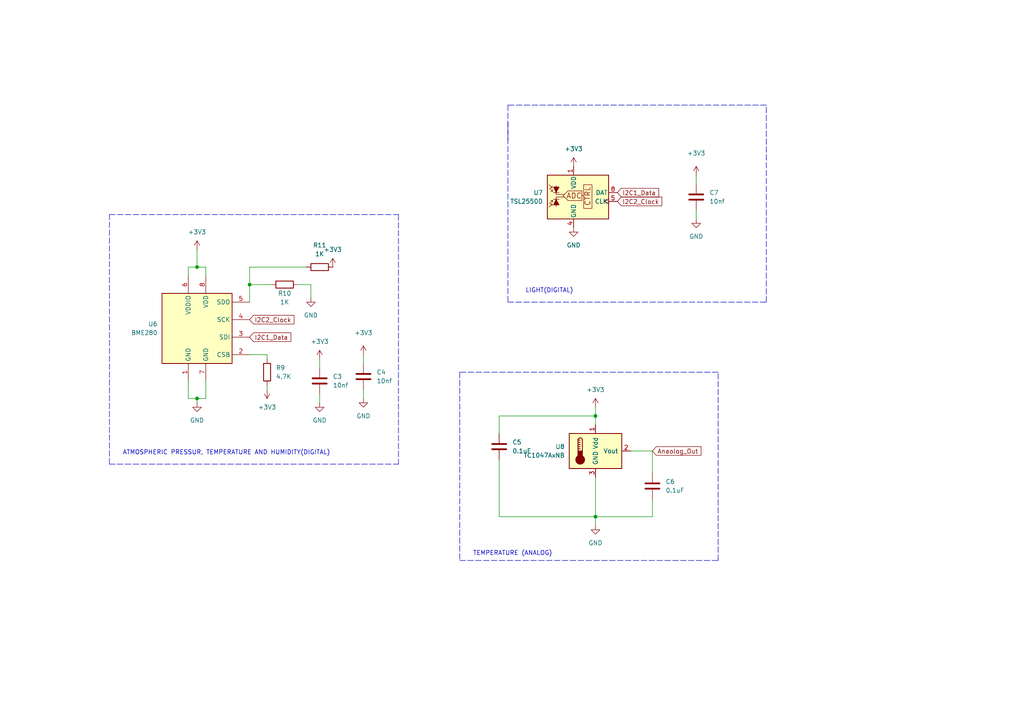
<source format=kicad_sch>
(kicad_sch (version 20211123) (generator eeschema)

  (uuid ae78189d-79c7-41a0-b77c-3bb766898352)

  (paper "A4")

  (lib_symbols
    (symbol "Device:C" (pin_numbers hide) (pin_names (offset 0.254)) (in_bom yes) (on_board yes)
      (property "Reference" "C" (id 0) (at 0.635 2.54 0)
        (effects (font (size 1.27 1.27)) (justify left))
      )
      (property "Value" "C" (id 1) (at 0.635 -2.54 0)
        (effects (font (size 1.27 1.27)) (justify left))
      )
      (property "Footprint" "" (id 2) (at 0.9652 -3.81 0)
        (effects (font (size 1.27 1.27)) hide)
      )
      (property "Datasheet" "~" (id 3) (at 0 0 0)
        (effects (font (size 1.27 1.27)) hide)
      )
      (property "ki_keywords" "cap capacitor" (id 4) (at 0 0 0)
        (effects (font (size 1.27 1.27)) hide)
      )
      (property "ki_description" "Unpolarized capacitor" (id 5) (at 0 0 0)
        (effects (font (size 1.27 1.27)) hide)
      )
      (property "ki_fp_filters" "C_*" (id 6) (at 0 0 0)
        (effects (font (size 1.27 1.27)) hide)
      )
      (symbol "C_0_1"
        (polyline
          (pts
            (xy -2.032 -0.762)
            (xy 2.032 -0.762)
          )
          (stroke (width 0.508) (type default) (color 0 0 0 0))
          (fill (type none))
        )
        (polyline
          (pts
            (xy -2.032 0.762)
            (xy 2.032 0.762)
          )
          (stroke (width 0.508) (type default) (color 0 0 0 0))
          (fill (type none))
        )
      )
      (symbol "C_1_1"
        (pin passive line (at 0 3.81 270) (length 2.794)
          (name "~" (effects (font (size 1.27 1.27))))
          (number "1" (effects (font (size 1.27 1.27))))
        )
        (pin passive line (at 0 -3.81 90) (length 2.794)
          (name "~" (effects (font (size 1.27 1.27))))
          (number "2" (effects (font (size 1.27 1.27))))
        )
      )
    )
    (symbol "Device:R" (pin_numbers hide) (pin_names (offset 0)) (in_bom yes) (on_board yes)
      (property "Reference" "R" (id 0) (at 2.032 0 90)
        (effects (font (size 1.27 1.27)))
      )
      (property "Value" "R" (id 1) (at 0 0 90)
        (effects (font (size 1.27 1.27)))
      )
      (property "Footprint" "" (id 2) (at -1.778 0 90)
        (effects (font (size 1.27 1.27)) hide)
      )
      (property "Datasheet" "~" (id 3) (at 0 0 0)
        (effects (font (size 1.27 1.27)) hide)
      )
      (property "ki_keywords" "R res resistor" (id 4) (at 0 0 0)
        (effects (font (size 1.27 1.27)) hide)
      )
      (property "ki_description" "Resistor" (id 5) (at 0 0 0)
        (effects (font (size 1.27 1.27)) hide)
      )
      (property "ki_fp_filters" "R_*" (id 6) (at 0 0 0)
        (effects (font (size 1.27 1.27)) hide)
      )
      (symbol "R_0_1"
        (rectangle (start -1.016 -2.54) (end 1.016 2.54)
          (stroke (width 0.254) (type default) (color 0 0 0 0))
          (fill (type none))
        )
      )
      (symbol "R_1_1"
        (pin passive line (at 0 3.81 270) (length 1.27)
          (name "~" (effects (font (size 1.27 1.27))))
          (number "1" (effects (font (size 1.27 1.27))))
        )
        (pin passive line (at 0 -3.81 90) (length 1.27)
          (name "~" (effects (font (size 1.27 1.27))))
          (number "2" (effects (font (size 1.27 1.27))))
        )
      )
    )
    (symbol "Sensor:BME280" (in_bom yes) (on_board yes)
      (property "Reference" "U" (id 0) (at -8.89 11.43 0)
        (effects (font (size 1.27 1.27)))
      )
      (property "Value" "BME280" (id 1) (at 7.62 11.43 0)
        (effects (font (size 1.27 1.27)))
      )
      (property "Footprint" "Package_LGA:Bosch_LGA-8_2.5x2.5mm_P0.65mm_ClockwisePinNumbering" (id 2) (at 38.1 -11.43 0)
        (effects (font (size 1.27 1.27)) hide)
      )
      (property "Datasheet" "https://ae-bst.resource.bosch.com/media/_tech/media/datasheets/BST-BME280-DS002.pdf" (id 3) (at 0 -5.08 0)
        (effects (font (size 1.27 1.27)) hide)
      )
      (property "ki_keywords" "Bosch pressure humidity temperature environment environmental measurement digital" (id 4) (at 0 0 0)
        (effects (font (size 1.27 1.27)) hide)
      )
      (property "ki_description" "3-in-1 sensor, humidity, pressure, temperature, I2C and SPI interface, 1.71-3.6V, LGA-8" (id 5) (at 0 0 0)
        (effects (font (size 1.27 1.27)) hide)
      )
      (property "ki_fp_filters" "*LGA*2.5x2.5mm*P0.65mm*Clockwise*" (id 6) (at 0 0 0)
        (effects (font (size 1.27 1.27)) hide)
      )
      (symbol "BME280_0_1"
        (rectangle (start -10.16 10.16) (end 10.16 -10.16)
          (stroke (width 0.254) (type default) (color 0 0 0 0))
          (fill (type background))
        )
      )
      (symbol "BME280_1_1"
        (pin power_in line (at -2.54 -15.24 90) (length 5.08)
          (name "GND" (effects (font (size 1.27 1.27))))
          (number "1" (effects (font (size 1.27 1.27))))
        )
        (pin input line (at 15.24 -7.62 180) (length 5.08)
          (name "CSB" (effects (font (size 1.27 1.27))))
          (number "2" (effects (font (size 1.27 1.27))))
        )
        (pin bidirectional line (at 15.24 -2.54 180) (length 5.08)
          (name "SDI" (effects (font (size 1.27 1.27))))
          (number "3" (effects (font (size 1.27 1.27))))
        )
        (pin input line (at 15.24 2.54 180) (length 5.08)
          (name "SCK" (effects (font (size 1.27 1.27))))
          (number "4" (effects (font (size 1.27 1.27))))
        )
        (pin bidirectional line (at 15.24 7.62 180) (length 5.08)
          (name "SDO" (effects (font (size 1.27 1.27))))
          (number "5" (effects (font (size 1.27 1.27))))
        )
        (pin power_in line (at -2.54 15.24 270) (length 5.08)
          (name "VDDIO" (effects (font (size 1.27 1.27))))
          (number "6" (effects (font (size 1.27 1.27))))
        )
        (pin power_in line (at 2.54 -15.24 90) (length 5.08)
          (name "GND" (effects (font (size 1.27 1.27))))
          (number "7" (effects (font (size 1.27 1.27))))
        )
        (pin power_in line (at 2.54 15.24 270) (length 5.08)
          (name "VDD" (effects (font (size 1.27 1.27))))
          (number "8" (effects (font (size 1.27 1.27))))
        )
      )
    )
    (symbol "Sensor_Optical:TSL2550D" (pin_names (offset 0.254)) (in_bom yes) (on_board yes)
      (property "Reference" "U" (id 0) (at -6.985 6.35 0)
        (effects (font (size 1.27 1.27)) (justify left))
      )
      (property "Value" "TSL2550D" (id 1) (at 1.27 6.35 0)
        (effects (font (size 1.27 1.27)) (justify left))
      )
      (property "Footprint" "Package_SO:SOIC-8_3.9x4.9mm_P1.27mm" (id 2) (at 0 -12.7 0)
        (effects (font (size 1.27 1.27)) hide)
      )
      (property "Datasheet" "http://ams.com/eng/content/download/250130/975613/142977" (id 3) (at 16.51 7.62 0)
        (effects (font (size 1.27 1.27)) hide)
      )
      (property "ki_keywords" "opto ambient light sensor" (id 4) (at 0 0 0)
        (effects (font (size 1.27 1.27)) hide)
      )
      (property "ki_description" "Ambient Light Sensor with SMbus Interface, SO-8 interface" (id 5) (at 0 0 0)
        (effects (font (size 1.27 1.27)) hide)
      )
      (property "ki_fp_filters" "SOIC*3.9x4.9mm*P1.27mm*" (id 6) (at 0 0 0)
        (effects (font (size 1.27 1.27)) hide)
      )
      (symbol "TSL2550D_0_0"
        (polyline
          (pts
            (xy 2.413 -0.889)
            (xy 2.794 -0.889)
          )
          (stroke (width 0) (type default) (color 0 0 0 0))
          (fill (type none))
        )
        (polyline
          (pts
            (xy -5.08 -4.064)
            (xy -5.08 -1.27)
            (xy -2.667 -1.27)
          )
          (stroke (width 0) (type default) (color 0 0 0 0))
          (fill (type none))
        )
        (polyline
          (pts
            (xy -5.08 2.032)
            (xy -5.08 -0.508)
            (xy -2.667 -0.508)
          )
          (stroke (width 0) (type default) (color 0 0 0 0))
          (fill (type none))
        )
        (polyline
          (pts
            (xy -3.048 -0.889)
            (xy -1.651 -2.286)
            (xy 2.413 -2.286)
            (xy 2.413 -0.889)
          )
          (stroke (width 0) (type default) (color 0 0 0 0))
          (fill (type none))
        )
        (polyline
          (pts
            (xy -3.048 -0.889)
            (xy -1.651 0.508)
            (xy 2.413 0.508)
            (xy 2.413 -0.889)
          )
          (stroke (width 0) (type default) (color 0 0 0 0))
          (fill (type none))
        )
        (rectangle (start 2.921 2.286) (end 5.334 -4.572)
          (stroke (width 0) (type default) (color 0 0 0 0))
          (fill (type none))
        )
        (text "ADC" (at 0.127 -0.889 0)
          (effects (font (size 1.524 1.524)))
        )
        (text "CTRL" (at 4.064 -1.016 900)
          (effects (font (size 1.524 1.524)))
        )
      )
      (symbol "TSL2550D_0_1"
        (polyline
          (pts
            (xy -6.223 -3.302)
            (xy -7.112 -4.191)
          )
          (stroke (width 0) (type default) (color 0 0 0 0))
          (fill (type none))
        )
        (polyline
          (pts
            (xy -6.223 -3.302)
            (xy -6.731 -3.302)
          )
          (stroke (width 0) (type default) (color 0 0 0 0))
          (fill (type none))
        )
        (polyline
          (pts
            (xy -6.223 -3.302)
            (xy -6.223 -3.81)
          )
          (stroke (width 0) (type default) (color 0 0 0 0))
          (fill (type none))
        )
        (polyline
          (pts
            (xy -6.223 1.397)
            (xy -7.112 2.286)
          )
          (stroke (width 0) (type default) (color 0 0 0 0))
          (fill (type none))
        )
        (polyline
          (pts
            (xy -6.223 1.397)
            (xy -6.731 1.397)
          )
          (stroke (width 0) (type default) (color 0 0 0 0))
          (fill (type none))
        )
        (polyline
          (pts
            (xy -6.223 1.397)
            (xy -6.223 1.905)
          )
          (stroke (width 0) (type default) (color 0 0 0 0))
          (fill (type none))
        )
        (polyline
          (pts
            (xy -6.096 -2.286)
            (xy -6.985 -3.175)
          )
          (stroke (width 0) (type default) (color 0 0 0 0))
          (fill (type none))
        )
        (polyline
          (pts
            (xy -6.096 -2.286)
            (xy -6.604 -2.286)
          )
          (stroke (width 0) (type default) (color 0 0 0 0))
          (fill (type none))
        )
        (polyline
          (pts
            (xy -6.096 -2.286)
            (xy -6.096 -2.794)
          )
          (stroke (width 0) (type default) (color 0 0 0 0))
          (fill (type none))
        )
        (polyline
          (pts
            (xy -6.096 0.381)
            (xy -6.985 1.27)
          )
          (stroke (width 0) (type default) (color 0 0 0 0))
          (fill (type none))
        )
        (polyline
          (pts
            (xy -6.096 0.381)
            (xy -6.604 0.381)
          )
          (stroke (width 0) (type default) (color 0 0 0 0))
          (fill (type none))
        )
        (polyline
          (pts
            (xy -6.096 0.381)
            (xy -6.096 0.889)
          )
          (stroke (width 0) (type default) (color 0 0 0 0))
          (fill (type none))
        )
        (polyline
          (pts
            (xy -5.842 -1.905)
            (xy -4.191 -1.905)
          )
          (stroke (width 0) (type default) (color 0 0 0 0))
          (fill (type none))
        )
        (polyline
          (pts
            (xy -5.842 0)
            (xy -4.191 0)
          )
          (stroke (width 0) (type default) (color 0 0 0 0))
          (fill (type none))
        )
        (polyline
          (pts
            (xy -5.842 -3.556)
            (xy -4.191 -3.556)
            (xy -5.08 -1.905)
            (xy -5.842 -3.556)
          )
          (stroke (width 0) (type default) (color 0 0 0 0))
          (fill (type outline))
        )
        (polyline
          (pts
            (xy -5.842 1.651)
            (xy -4.191 1.651)
            (xy -5.08 0)
            (xy -5.842 1.651)
          )
          (stroke (width 0) (type default) (color 0 0 0 0))
          (fill (type outline))
        )
        (rectangle (start 10.16 5.08) (end -7.62 -7.62)
          (stroke (width 0.254) (type default) (color 0 0 0 0))
          (fill (type background))
        )
      )
      (symbol "TSL2550D_1_1"
        (pin power_in line (at 0 7.62 270) (length 2.54)
          (name "VDD" (effects (font (size 1.27 1.27))))
          (number "1" (effects (font (size 1.27 1.27))))
        )
        (pin no_connect line (at -7.62 2.54 0) (length 2.54) hide
          (name "NC" (effects (font (size 1.27 1.27))))
          (number "2" (effects (font (size 1.27 1.27))))
        )
        (pin no_connect line (at -7.62 0 0) (length 2.54) hide
          (name "NC" (effects (font (size 1.27 1.27))))
          (number "3" (effects (font (size 1.27 1.27))))
        )
        (pin power_in line (at 0 -10.16 90) (length 2.54)
          (name "GND" (effects (font (size 1.27 1.27))))
          (number "4" (effects (font (size 1.27 1.27))))
        )
        (pin input clock (at 12.7 -2.54 180) (length 2.54)
          (name "CLK" (effects (font (size 1.27 1.27))))
          (number "5" (effects (font (size 1.27 1.27))))
        )
        (pin no_connect line (at -7.62 -2.54 0) (length 2.54) hide
          (name "NC" (effects (font (size 1.27 1.27))))
          (number "6" (effects (font (size 1.27 1.27))))
        )
        (pin no_connect line (at -7.62 -5.08 0) (length 2.54) hide
          (name "NC" (effects (font (size 1.27 1.27))))
          (number "7" (effects (font (size 1.27 1.27))))
        )
        (pin bidirectional line (at 12.7 0 180) (length 2.54)
          (name "DAT" (effects (font (size 1.27 1.27))))
          (number "8" (effects (font (size 1.27 1.27))))
        )
      )
    )
    (symbol "Sensor_Temperature:TC1047AxNB" (pin_names (offset 1.016)) (in_bom yes) (on_board yes)
      (property "Reference" "U" (id 0) (at -6.35 6.35 0)
        (effects (font (size 1.27 1.27)))
      )
      (property "Value" "TC1047AxNB" (id 1) (at 1.27 6.35 0)
        (effects (font (size 1.27 1.27)) (justify left))
      )
      (property "Footprint" "Package_TO_SOT_SMD:SOT-23" (id 2) (at 0 -10.16 0)
        (effects (font (size 1.27 1.27)) hide)
      )
      (property "Datasheet" "http://ww1.microchip.com/downloads/en/DeviceDoc/21498D.pdf" (id 3) (at -3.81 6.35 0)
        (effects (font (size 1.27 1.27)) hide)
      )
      (property "ki_keywords" "temperature sensor analog" (id 4) (at 0 0 0)
        (effects (font (size 1.27 1.27)) hide)
      )
      (property "ki_description" "Precision Temperature-to-Voltage Converter, 10mV/ºC, -40ºC to +125ºC, ±2.0ºC (max), 2.5V to 5.5V, SOT-23" (id 5) (at 0 0 0)
        (effects (font (size 1.27 1.27)) hide)
      )
      (property "ki_fp_filters" "SOT?23*" (id 6) (at 0 0 0)
        (effects (font (size 1.27 1.27)) hide)
      )
      (symbol "TC1047AxNB_0_1"
        (rectangle (start -7.62 5.08) (end 7.62 -5.08)
          (stroke (width 0.254) (type default) (color 0 0 0 0))
          (fill (type background))
        )
        (circle (center -4.445 -2.54) (radius 1.27)
          (stroke (width 0.254) (type default) (color 0 0 0 0))
          (fill (type outline))
        )
        (rectangle (start -3.81 -1.905) (end -5.08 0)
          (stroke (width 0.254) (type default) (color 0 0 0 0))
          (fill (type outline))
        )
        (arc (start -3.81 3.175) (mid -4.445 3.81) (end -5.08 3.175)
          (stroke (width 0.254) (type default) (color 0 0 0 0))
          (fill (type none))
        )
        (polyline
          (pts
            (xy -5.08 0.635)
            (xy -4.445 0.635)
          )
          (stroke (width 0.254) (type default) (color 0 0 0 0))
          (fill (type none))
        )
        (polyline
          (pts
            (xy -5.08 1.27)
            (xy -4.445 1.27)
          )
          (stroke (width 0.254) (type default) (color 0 0 0 0))
          (fill (type none))
        )
        (polyline
          (pts
            (xy -5.08 1.905)
            (xy -4.445 1.905)
          )
          (stroke (width 0.254) (type default) (color 0 0 0 0))
          (fill (type none))
        )
        (polyline
          (pts
            (xy -5.08 2.54)
            (xy -4.445 2.54)
          )
          (stroke (width 0.254) (type default) (color 0 0 0 0))
          (fill (type none))
        )
        (polyline
          (pts
            (xy -5.08 3.175)
            (xy -5.08 0)
          )
          (stroke (width 0.254) (type default) (color 0 0 0 0))
          (fill (type none))
        )
        (polyline
          (pts
            (xy -5.08 3.175)
            (xy -4.445 3.175)
          )
          (stroke (width 0.254) (type default) (color 0 0 0 0))
          (fill (type none))
        )
        (polyline
          (pts
            (xy -3.81 3.175)
            (xy -3.81 0)
          )
          (stroke (width 0.254) (type default) (color 0 0 0 0))
          (fill (type none))
        )
      )
      (symbol "TC1047AxNB_1_1"
        (pin power_in line (at 0 7.62 270) (length 2.54)
          (name "Vdd" (effects (font (size 1.27 1.27))))
          (number "1" (effects (font (size 1.27 1.27))))
        )
        (pin output line (at 10.16 0 180) (length 2.54)
          (name "Vout" (effects (font (size 1.27 1.27))))
          (number "2" (effects (font (size 1.27 1.27))))
        )
        (pin power_in line (at 0 -7.62 90) (length 2.54)
          (name "GND" (effects (font (size 1.27 1.27))))
          (number "3" (effects (font (size 1.27 1.27))))
        )
      )
    )
    (symbol "power:+3V3" (power) (pin_names (offset 0)) (in_bom yes) (on_board yes)
      (property "Reference" "#PWR" (id 0) (at 0 -3.81 0)
        (effects (font (size 1.27 1.27)) hide)
      )
      (property "Value" "+3V3" (id 1) (at 0 3.556 0)
        (effects (font (size 1.27 1.27)))
      )
      (property "Footprint" "" (id 2) (at 0 0 0)
        (effects (font (size 1.27 1.27)) hide)
      )
      (property "Datasheet" "" (id 3) (at 0 0 0)
        (effects (font (size 1.27 1.27)) hide)
      )
      (property "ki_keywords" "power-flag" (id 4) (at 0 0 0)
        (effects (font (size 1.27 1.27)) hide)
      )
      (property "ki_description" "Power symbol creates a global label with name \"+3V3\"" (id 5) (at 0 0 0)
        (effects (font (size 1.27 1.27)) hide)
      )
      (symbol "+3V3_0_1"
        (polyline
          (pts
            (xy -0.762 1.27)
            (xy 0 2.54)
          )
          (stroke (width 0) (type default) (color 0 0 0 0))
          (fill (type none))
        )
        (polyline
          (pts
            (xy 0 0)
            (xy 0 2.54)
          )
          (stroke (width 0) (type default) (color 0 0 0 0))
          (fill (type none))
        )
        (polyline
          (pts
            (xy 0 2.54)
            (xy 0.762 1.27)
          )
          (stroke (width 0) (type default) (color 0 0 0 0))
          (fill (type none))
        )
      )
      (symbol "+3V3_1_1"
        (pin power_in line (at 0 0 90) (length 0) hide
          (name "+3V3" (effects (font (size 1.27 1.27))))
          (number "1" (effects (font (size 1.27 1.27))))
        )
      )
    )
    (symbol "power:GND" (power) (pin_names (offset 0)) (in_bom yes) (on_board yes)
      (property "Reference" "#PWR" (id 0) (at 0 -6.35 0)
        (effects (font (size 1.27 1.27)) hide)
      )
      (property "Value" "GND" (id 1) (at 0 -3.81 0)
        (effects (font (size 1.27 1.27)))
      )
      (property "Footprint" "" (id 2) (at 0 0 0)
        (effects (font (size 1.27 1.27)) hide)
      )
      (property "Datasheet" "" (id 3) (at 0 0 0)
        (effects (font (size 1.27 1.27)) hide)
      )
      (property "ki_keywords" "power-flag" (id 4) (at 0 0 0)
        (effects (font (size 1.27 1.27)) hide)
      )
      (property "ki_description" "Power symbol creates a global label with name \"GND\" , ground" (id 5) (at 0 0 0)
        (effects (font (size 1.27 1.27)) hide)
      )
      (symbol "GND_0_1"
        (polyline
          (pts
            (xy 0 0)
            (xy 0 -1.27)
            (xy 1.27 -1.27)
            (xy 0 -2.54)
            (xy -1.27 -1.27)
            (xy 0 -1.27)
          )
          (stroke (width 0) (type default) (color 0 0 0 0))
          (fill (type none))
        )
      )
      (symbol "GND_1_1"
        (pin power_in line (at 0 0 270) (length 0) hide
          (name "GND" (effects (font (size 1.27 1.27))))
          (number "1" (effects (font (size 1.27 1.27))))
        )
      )
    )
  )

  (junction (at 57.15 115.57) (diameter 0) (color 0 0 0 0)
    (uuid 620e7ad5-5707-4bca-9715-33574041157e)
  )
  (junction (at 172.72 149.86) (diameter 0) (color 0 0 0 0)
    (uuid 85a996a3-3855-4c00-8dbc-00dfed844414)
  )
  (junction (at 72.39 82.55) (diameter 0) (color 0 0 0 0)
    (uuid 8aae25b0-8eb3-4d5e-8997-1ccde987ee7d)
  )
  (junction (at 57.15 77.47) (diameter 0) (color 0 0 0 0)
    (uuid d5749608-df67-4b22-8d18-87761851d7bd)
  )
  (junction (at 172.72 120.65) (diameter 0) (color 0 0 0 0)
    (uuid dc56c7eb-c0f0-4f6b-a19c-f05d47b31cc3)
  )

  (wire (pts (xy 92.71 104.14) (xy 92.71 106.68))
    (stroke (width 0) (type default) (color 0 0 0 0))
    (uuid 049da9cd-5423-4560-b9ed-b4ac5e24bc8e)
  )
  (wire (pts (xy 189.23 149.86) (xy 189.23 144.78))
    (stroke (width 0) (type default) (color 0 0 0 0))
    (uuid 0a483748-2a11-4756-8896-a1b1a512dfe2)
  )
  (wire (pts (xy 57.15 115.57) (xy 59.69 115.57))
    (stroke (width 0) (type default) (color 0 0 0 0))
    (uuid 1224c23b-7ca6-4e0f-b792-2996b4341fb7)
  )
  (polyline (pts (xy 133.35 107.95) (xy 133.35 162.56))
    (stroke (width 0) (type default) (color 0 0 0 0))
    (uuid 16930de6-2ad6-40e6-bebe-ee5e0f818621)
  )
  (polyline (pts (xy 31.75 134.62) (xy 115.57 134.62))
    (stroke (width 0) (type default) (color 0 0 0 0))
    (uuid 1a188e71-96c0-4688-b8e8-488071e2b896)
  )

  (wire (pts (xy 144.78 149.86) (xy 172.72 149.86))
    (stroke (width 0) (type default) (color 0 0 0 0))
    (uuid 1a698478-eca0-4d5c-867a-58db44f439c9)
  )
  (wire (pts (xy 54.61 80.01) (xy 54.61 77.47))
    (stroke (width 0) (type default) (color 0 0 0 0))
    (uuid 20f1519d-6dbe-4236-b884-77537239080d)
  )
  (wire (pts (xy 72.39 77.47) (xy 88.9 77.47))
    (stroke (width 0) (type default) (color 0 0 0 0))
    (uuid 24ff9685-9777-409c-b931-4b8a0bfddd29)
  )
  (polyline (pts (xy 115.57 62.23) (xy 115.57 134.62))
    (stroke (width 0) (type default) (color 0 0 0 0))
    (uuid 27326c32-a768-4ba1-938c-7b1c6d3a4c35)
  )

  (wire (pts (xy 172.72 149.86) (xy 189.23 149.86))
    (stroke (width 0) (type default) (color 0 0 0 0))
    (uuid 2c362bd7-1292-4009-9e04-01ac0b00e1c7)
  )
  (wire (pts (xy 54.61 77.47) (xy 57.15 77.47))
    (stroke (width 0) (type default) (color 0 0 0 0))
    (uuid 2fbf166c-b444-4edd-98f4-8a9d1ab43e2e)
  )
  (wire (pts (xy 72.39 82.55) (xy 78.74 82.55))
    (stroke (width 0) (type default) (color 0 0 0 0))
    (uuid 3f53d4e4-5bdb-42c6-acaa-db5eaf693a9c)
  )
  (polyline (pts (xy 208.28 107.95) (xy 133.35 107.95))
    (stroke (width 0) (type default) (color 0 0 0 0))
    (uuid 42d7cb4e-a7b4-479c-bfdc-0b8856cf6376)
  )

  (wire (pts (xy 59.69 110.49) (xy 59.69 115.57))
    (stroke (width 0) (type default) (color 0 0 0 0))
    (uuid 46448ebe-6687-4c8b-941f-6124a980408e)
  )
  (wire (pts (xy 77.47 111.76) (xy 77.47 113.03))
    (stroke (width 0) (type default) (color 0 0 0 0))
    (uuid 481e7bca-7349-4326-9422-19183e628ba7)
  )
  (wire (pts (xy 172.72 118.11) (xy 172.72 120.65))
    (stroke (width 0) (type default) (color 0 0 0 0))
    (uuid 48d1eea8-db09-4880-a1b3-b112322294e7)
  )
  (wire (pts (xy 144.78 133.35) (xy 144.78 149.86))
    (stroke (width 0) (type default) (color 0 0 0 0))
    (uuid 4a2c0246-f5b7-47eb-9e3b-45952ecced22)
  )
  (wire (pts (xy 54.61 115.57) (xy 57.15 115.57))
    (stroke (width 0) (type default) (color 0 0 0 0))
    (uuid 4d4d2254-5f76-4651-8cae-91eaead3025f)
  )
  (polyline (pts (xy 147.32 30.48) (xy 147.32 40.64))
    (stroke (width 0) (type default) (color 0 0 0 0))
    (uuid 5345d77f-045a-428e-8124-8850410415c3)
  )
  (polyline (pts (xy 222.25 30.48) (xy 147.32 30.48))
    (stroke (width 0) (type default) (color 0 0 0 0))
    (uuid 5b7f5f9d-1a51-475b-a9c3-4eec264d448e)
  )

  (wire (pts (xy 201.93 60.96) (xy 201.93 63.5))
    (stroke (width 0) (type default) (color 0 0 0 0))
    (uuid 5fac60ec-11d1-43b9-800c-b5013be5de4e)
  )
  (wire (pts (xy 189.23 130.81) (xy 189.23 137.16))
    (stroke (width 0) (type default) (color 0 0 0 0))
    (uuid 616755b8-e1d4-4b40-b06e-9c80ad9500f3)
  )
  (wire (pts (xy 172.72 120.65) (xy 144.78 120.65))
    (stroke (width 0) (type default) (color 0 0 0 0))
    (uuid 62b8c857-bddc-4088-9c86-17e3d3fc7112)
  )
  (polyline (pts (xy 133.35 162.56) (xy 208.28 162.56))
    (stroke (width 0) (type default) (color 0 0 0 0))
    (uuid 6867b31d-9114-4f9d-a2d7-7f4bf3c6dbda)
  )
  (polyline (pts (xy 147.32 87.63) (xy 222.25 87.63))
    (stroke (width 0) (type default) (color 0 0 0 0))
    (uuid 6a1cb8b8-50f7-4b04-ac44-0475b1da043b)
  )

  (wire (pts (xy 172.72 120.65) (xy 172.72 123.19))
    (stroke (width 0) (type default) (color 0 0 0 0))
    (uuid 6cd65867-0337-435b-a2fe-ab76cb226296)
  )
  (wire (pts (xy 57.15 115.57) (xy 57.15 116.84))
    (stroke (width 0) (type default) (color 0 0 0 0))
    (uuid 6deeec59-6a7d-4ca2-9bcb-9fc5eb661430)
  )
  (wire (pts (xy 72.39 87.63) (xy 72.39 82.55))
    (stroke (width 0) (type default) (color 0 0 0 0))
    (uuid 7ade595e-40fd-4fc7-a6f4-4677ca923248)
  )
  (polyline (pts (xy 222.25 87.63) (xy 222.25 30.48))
    (stroke (width 0) (type default) (color 0 0 0 0))
    (uuid 86aa3d20-8a7d-43c9-a20f-daf633c82857)
  )

  (wire (pts (xy 77.47 104.14) (xy 77.47 102.87))
    (stroke (width 0) (type default) (color 0 0 0 0))
    (uuid 8ca0e0a2-dfe8-44aa-bde5-4cce2ef4026e)
  )
  (wire (pts (xy 57.15 77.47) (xy 59.69 77.47))
    (stroke (width 0) (type default) (color 0 0 0 0))
    (uuid 92630609-c40d-4375-8262-a708a73e319b)
  )
  (wire (pts (xy 92.71 114.3) (xy 92.71 116.84))
    (stroke (width 0) (type default) (color 0 0 0 0))
    (uuid 933efc4f-0369-4ca5-86ec-dff903f5cee9)
  )
  (polyline (pts (xy 208.28 162.56) (xy 208.28 107.95))
    (stroke (width 0) (type default) (color 0 0 0 0))
    (uuid 9c9053d2-2fa8-4f9d-8434-256b308fd50f)
  )

  (wire (pts (xy 201.93 50.8) (xy 201.93 53.34))
    (stroke (width 0) (type default) (color 0 0 0 0))
    (uuid 9da64c79-ea92-46ba-8e08-5f5b851aa85b)
  )
  (polyline (pts (xy 31.75 62.23) (xy 115.57 62.23))
    (stroke (width 0) (type default) (color 0 0 0 0))
    (uuid a408051d-8713-4c9d-b18d-b9ee5d143f67)
  )

  (wire (pts (xy 172.72 138.43) (xy 172.72 149.86))
    (stroke (width 0) (type default) (color 0 0 0 0))
    (uuid a56db6d1-aee5-48ba-bf4a-afd11d471b37)
  )
  (wire (pts (xy 57.15 72.39) (xy 57.15 77.47))
    (stroke (width 0) (type default) (color 0 0 0 0))
    (uuid b3661e29-147b-4c86-8e58-9ab321c37700)
  )
  (wire (pts (xy 54.61 110.49) (xy 54.61 115.57))
    (stroke (width 0) (type default) (color 0 0 0 0))
    (uuid b3adf0ab-0982-45de-b6f3-8a93aca10a3b)
  )
  (wire (pts (xy 105.41 113.03) (xy 105.41 115.57))
    (stroke (width 0) (type default) (color 0 0 0 0))
    (uuid c223ac02-7b63-4c28-a75d-5d2c017260b9)
  )
  (wire (pts (xy 86.36 82.55) (xy 90.17 82.55))
    (stroke (width 0) (type default) (color 0 0 0 0))
    (uuid c4899948-8d39-4c87-a244-d344437368f4)
  )
  (wire (pts (xy 172.72 149.86) (xy 172.72 152.4))
    (stroke (width 0) (type default) (color 0 0 0 0))
    (uuid cab55f42-3d5d-4d70-a7f8-a7c6a7e22d4c)
  )
  (wire (pts (xy 105.41 102.87) (xy 105.41 105.41))
    (stroke (width 0) (type default) (color 0 0 0 0))
    (uuid d20b0a25-518a-4fdb-bdd1-c73b95e26c60)
  )
  (wire (pts (xy 72.39 82.55) (xy 72.39 77.47))
    (stroke (width 0) (type default) (color 0 0 0 0))
    (uuid d31c0366-6d20-4414-93b0-7a360bb1caaf)
  )
  (wire (pts (xy 59.69 77.47) (xy 59.69 80.01))
    (stroke (width 0) (type default) (color 0 0 0 0))
    (uuid db972783-9bf8-4a7b-afd2-8839f83f873b)
  )
  (polyline (pts (xy 147.32 35.56) (xy 147.32 87.63))
    (stroke (width 0) (type default) (color 0 0 0 0))
    (uuid e6011a97-f1f1-42ea-a56b-08afe09b65df)
  )

  (wire (pts (xy 182.88 130.81) (xy 189.23 130.81))
    (stroke (width 0) (type default) (color 0 0 0 0))
    (uuid e837fc09-0e3c-4bf0-8c09-09f3c3ffbb95)
  )
  (wire (pts (xy 90.17 82.55) (xy 90.17 86.36))
    (stroke (width 0) (type default) (color 0 0 0 0))
    (uuid e9b8fb4e-a921-4fc8-8686-8268f7c53fe9)
  )
  (wire (pts (xy 72.39 102.87) (xy 77.47 102.87))
    (stroke (width 0) (type default) (color 0 0 0 0))
    (uuid f48aea05-4261-4c9a-86be-a1ec3115cd5f)
  )
  (wire (pts (xy 144.78 120.65) (xy 144.78 125.73))
    (stroke (width 0) (type default) (color 0 0 0 0))
    (uuid fd4905a5-0b40-43fe-91df-101586b35eb2)
  )
  (polyline (pts (xy 31.75 134.62) (xy 31.75 62.23))
    (stroke (width 0) (type default) (color 0 0 0 0))
    (uuid ffb1a92c-7e03-45db-854d-96c2798ecae9)
  )

  (text "TEMPERATURE (ANALOG)" (at 137.16 161.29 0)
    (effects (font (size 1.27 1.27)) (justify left bottom))
    (uuid 42eddc25-7265-4803-aa2a-5dba96d8452a)
  )
  (text "ATMOSPHERIC PRESSUR, TEMPERATURE AND HUMIDITY(DIGITAL)\n"
    (at 35.56 132.08 0)
    (effects (font (size 1.27 1.27)) (justify left bottom))
    (uuid 53d95c6f-09c4-4790-b6e6-71a24492ba7a)
  )
  (text "LIGHT(DIGITAL)\n" (at 152.4 85.09 0)
    (effects (font (size 1.27 1.27)) (justify left bottom))
    (uuid 92c30949-041d-4938-bf9c-a9bdae299fd5)
  )

  (global_label "I2C2_Clock" (shape input) (at 72.39 92.71 0) (fields_autoplaced)
    (effects (font (size 1.27 1.27)) (justify left))
    (uuid 241e061c-fed4-4dff-959b-98da9e878eee)
    (property "Intersheet References" "${INTERSHEET_REFS}" (id 0) (at 85.2655 92.6306 0)
      (effects (font (size 1.27 1.27)) (justify left) hide)
    )
  )
  (global_label "Anaolog_Out" (shape input) (at 189.23 130.81 0) (fields_autoplaced)
    (effects (font (size 1.27 1.27)) (justify left))
    (uuid 5e52668e-b0bd-4721-9b30-3da0d177c47c)
    (property "Intersheet References" "${INTERSHEET_REFS}" (id 0) (at 203.315 130.7306 0)
      (effects (font (size 1.27 1.27)) (justify left) hide)
    )
  )
  (global_label "I2C2_Clock" (shape input) (at 179.07 58.42 0) (fields_autoplaced)
    (effects (font (size 1.27 1.27)) (justify left))
    (uuid 7fdd9814-50c0-460a-a9f1-1fad3ff9413f)
    (property "Intersheet References" "${INTERSHEET_REFS}" (id 0) (at 191.9455 58.3406 0)
      (effects (font (size 1.27 1.27)) (justify left) hide)
    )
  )
  (global_label "I2C1_Data" (shape input) (at 72.39 97.79 0) (fields_autoplaced)
    (effects (font (size 1.27 1.27)) (justify left))
    (uuid dee45564-193e-4636-abb7-756a4763f918)
    (property "Intersheet References" "${INTERSHEET_REFS}" (id 0) (at 84.3583 97.7106 0)
      (effects (font (size 1.27 1.27)) (justify left) hide)
    )
  )
  (global_label "I2C1_Data" (shape input) (at 179.07 55.88 0) (fields_autoplaced)
    (effects (font (size 1.27 1.27)) (justify left))
    (uuid e1d1b82f-2035-4ade-8c78-79fbbcdbd650)
    (property "Intersheet References" "${INTERSHEET_REFS}" (id 0) (at 191.0383 55.8006 0)
      (effects (font (size 1.27 1.27)) (justify left) hide)
    )
  )

  (symbol (lib_id "Device:R") (at 77.47 107.95 0) (unit 1)
    (in_bom yes) (on_board yes) (fields_autoplaced)
    (uuid 02399d61-e977-43e0-87cb-1671dcfe842b)
    (property "Reference" "R9" (id 0) (at 80.01 106.6799 0)
      (effects (font (size 1.27 1.27)) (justify left))
    )
    (property "Value" "4.7K" (id 1) (at 80.01 109.2199 0)
      (effects (font (size 1.27 1.27)) (justify left))
    )
    (property "Footprint" "Resistor_SMD:R_0201_0603Metric" (id 2) (at 75.692 107.95 90)
      (effects (font (size 1.27 1.27)) hide)
    )
    (property "Datasheet" "~" (id 3) (at 77.47 107.95 0)
      (effects (font (size 1.27 1.27)) hide)
    )
    (pin "1" (uuid 63487eb2-5b8c-4a4f-a080-d8082faeb668))
    (pin "2" (uuid 9b4a2c7a-dc12-4ae6-a5d9-fc01b3290bec))
  )

  (symbol (lib_id "Sensor:BME280") (at 57.15 95.25 0) (unit 1)
    (in_bom yes) (on_board yes) (fields_autoplaced)
    (uuid 033e113d-5c9e-4a07-85e5-27a9ec0e479f)
    (property "Reference" "U6" (id 0) (at 45.72 93.9799 0)
      (effects (font (size 1.27 1.27)) (justify right))
    )
    (property "Value" "BME280" (id 1) (at 45.72 96.5199 0)
      (effects (font (size 1.27 1.27)) (justify right))
    )
    (property "Footprint" "Package_LGA:Bosch_LGA-8_2.5x2.5mm_P0.65mm_ClockwisePinNumbering" (id 2) (at 95.25 106.68 0)
      (effects (font (size 1.27 1.27)) hide)
    )
    (property "Datasheet" "https://ae-bst.resource.bosch.com/media/_tech/media/datasheets/BST-BME280-DS002.pdf" (id 3) (at 57.15 100.33 0)
      (effects (font (size 1.27 1.27)) hide)
    )
    (pin "1" (uuid 13c5c8b2-9616-4df7-bd08-6e58c3d51ace))
    (pin "2" (uuid 812b0636-553b-4e8f-b0a1-50b5995e28d4))
    (pin "3" (uuid df5c0c0e-e65c-407d-8d2c-4e4d971d84fc))
    (pin "4" (uuid 38dcf1af-de48-4197-a927-f556a577b306))
    (pin "5" (uuid 9a90c66a-7d60-44d9-8111-87919ba45203))
    (pin "6" (uuid 7472afc6-478c-4280-a853-a12b980df696))
    (pin "7" (uuid 76120682-1499-4551-91e0-e259363be20c))
    (pin "8" (uuid 66f80652-ce4d-4448-8cae-84cb713a4eb9))
  )

  (symbol (lib_id "Device:R") (at 82.55 82.55 90) (unit 1)
    (in_bom yes) (on_board yes)
    (uuid 03e49033-552d-4ebb-aad4-410d2eac35ee)
    (property "Reference" "R10" (id 0) (at 82.55 85.09 90))
    (property "Value" "1K" (id 1) (at 82.55 87.63 90))
    (property "Footprint" "Resistor_SMD:R_0201_0603Metric" (id 2) (at 82.55 84.328 90)
      (effects (font (size 1.27 1.27)) hide)
    )
    (property "Datasheet" "~" (id 3) (at 82.55 82.55 0)
      (effects (font (size 1.27 1.27)) hide)
    )
    (pin "1" (uuid e6010d82-37c5-45b0-bfe5-bbc8bbd6bbd1))
    (pin "2" (uuid 21734882-fcd2-4043-a338-2e70c8fde1dc))
  )

  (symbol (lib_id "Sensor_Temperature:TC1047AxNB") (at 172.72 130.81 0) (unit 1)
    (in_bom yes) (on_board yes) (fields_autoplaced)
    (uuid 05be9b65-576b-4a81-9c41-ca6c5092e622)
    (property "Reference" "U8" (id 0) (at 163.83 129.5399 0)
      (effects (font (size 1.27 1.27)) (justify right))
    )
    (property "Value" "TC1047AxNB" (id 1) (at 163.83 132.0799 0)
      (effects (font (size 1.27 1.27)) (justify right))
    )
    (property "Footprint" "Package_TO_SOT_SMD:SOT-23" (id 2) (at 172.72 140.97 0)
      (effects (font (size 1.27 1.27)) hide)
    )
    (property "Datasheet" "http://ww1.microchip.com/downloads/en/DeviceDoc/21498D.pdf" (id 3) (at 168.91 124.46 0)
      (effects (font (size 1.27 1.27)) hide)
    )
    (pin "1" (uuid e0118f6d-cc84-4b09-865e-145e906a473a))
    (pin "2" (uuid 66df4c19-a809-4e3c-93ef-4c94cbee997a))
    (pin "3" (uuid 3db53a9f-af91-4309-8471-828f6d543089))
  )

  (symbol (lib_id "power:+3V3") (at 201.93 50.8 0) (unit 1)
    (in_bom yes) (on_board yes)
    (uuid 06dd169b-e1a6-4577-994e-52f0c88f731a)
    (property "Reference" "#PWR045" (id 0) (at 201.93 54.61 0)
      (effects (font (size 1.27 1.27)) hide)
    )
    (property "Value" "+3V3" (id 1) (at 201.93 44.45 0))
    (property "Footprint" "" (id 2) (at 201.93 50.8 0)
      (effects (font (size 1.27 1.27)) hide)
    )
    (property "Datasheet" "" (id 3) (at 201.93 50.8 0)
      (effects (font (size 1.27 1.27)) hide)
    )
    (pin "1" (uuid 8b905fa1-adb3-4356-8ffe-2bfa8bf6d38d))
  )

  (symbol (lib_id "Device:C") (at 92.71 110.49 0) (unit 1)
    (in_bom yes) (on_board yes) (fields_autoplaced)
    (uuid 07524787-cdb6-4115-868a-4775882d4f0c)
    (property "Reference" "C3" (id 0) (at 96.52 109.2199 0)
      (effects (font (size 1.27 1.27)) (justify left))
    )
    (property "Value" "10nf" (id 1) (at 96.52 111.7599 0)
      (effects (font (size 1.27 1.27)) (justify left))
    )
    (property "Footprint" "Capacitor_SMD:C_0201_0603Metric" (id 2) (at 93.6752 114.3 0)
      (effects (font (size 1.27 1.27)) hide)
    )
    (property "Datasheet" "~" (id 3) (at 92.71 110.49 0)
      (effects (font (size 1.27 1.27)) hide)
    )
    (pin "1" (uuid b4205a46-d921-4b9d-b207-061bed691916))
    (pin "2" (uuid 10df842d-b526-48dd-927d-0e0a1c329e3a))
  )

  (symbol (lib_id "power:+3V3") (at 105.41 102.87 0) (unit 1)
    (in_bom yes) (on_board yes)
    (uuid 084e4368-25d9-4b1c-9d9c-5c3207846417)
    (property "Reference" "#PWR039" (id 0) (at 105.41 106.68 0)
      (effects (font (size 1.27 1.27)) hide)
    )
    (property "Value" "+3V3" (id 1) (at 105.41 96.52 0))
    (property "Footprint" "" (id 2) (at 105.41 102.87 0)
      (effects (font (size 1.27 1.27)) hide)
    )
    (property "Datasheet" "" (id 3) (at 105.41 102.87 0)
      (effects (font (size 1.27 1.27)) hide)
    )
    (pin "1" (uuid ac4e3169-9674-4133-bdec-c328e0d36a84))
  )

  (symbol (lib_id "power:GND") (at 92.71 116.84 0) (unit 1)
    (in_bom yes) (on_board yes) (fields_autoplaced)
    (uuid 1fad026c-8324-4dc2-b027-ba78dce99010)
    (property "Reference" "#PWR037" (id 0) (at 92.71 123.19 0)
      (effects (font (size 1.27 1.27)) hide)
    )
    (property "Value" "GND" (id 1) (at 92.71 121.92 0))
    (property "Footprint" "" (id 2) (at 92.71 116.84 0)
      (effects (font (size 1.27 1.27)) hide)
    )
    (property "Datasheet" "" (id 3) (at 92.71 116.84 0)
      (effects (font (size 1.27 1.27)) hide)
    )
    (pin "1" (uuid e63517cd-286f-486e-8030-51766bf01bf3))
  )

  (symbol (lib_id "power:GND") (at 90.17 86.36 0) (unit 1)
    (in_bom yes) (on_board yes) (fields_autoplaced)
    (uuid 20c59c9c-efc6-4c9a-947b-eebda750ef1a)
    (property "Reference" "#PWR035" (id 0) (at 90.17 92.71 0)
      (effects (font (size 1.27 1.27)) hide)
    )
    (property "Value" "GND" (id 1) (at 90.17 91.44 0))
    (property "Footprint" "" (id 2) (at 90.17 86.36 0)
      (effects (font (size 1.27 1.27)) hide)
    )
    (property "Datasheet" "" (id 3) (at 90.17 86.36 0)
      (effects (font (size 1.27 1.27)) hide)
    )
    (pin "1" (uuid 776445f1-3196-435a-9013-889dcea8c3b1))
  )

  (symbol (lib_id "power:+3V3") (at 166.37 48.26 0) (unit 1)
    (in_bom yes) (on_board yes) (fields_autoplaced)
    (uuid 614ec821-8bf2-4d45-a0d0-f1659c85f8f0)
    (property "Reference" "#PWR041" (id 0) (at 166.37 52.07 0)
      (effects (font (size 1.27 1.27)) hide)
    )
    (property "Value" "+3V3" (id 1) (at 166.37 43.18 0))
    (property "Footprint" "" (id 2) (at 166.37 48.26 0)
      (effects (font (size 1.27 1.27)) hide)
    )
    (property "Datasheet" "" (id 3) (at 166.37 48.26 0)
      (effects (font (size 1.27 1.27)) hide)
    )
    (pin "1" (uuid 9f29a7c9-873e-4422-a6ff-c945175fe58c))
  )

  (symbol (lib_id "power:+3V3") (at 172.72 118.11 0) (unit 1)
    (in_bom yes) (on_board yes) (fields_autoplaced)
    (uuid 632b7b1e-aa21-40d2-9540-e17aa8c670d0)
    (property "Reference" "#PWR043" (id 0) (at 172.72 121.92 0)
      (effects (font (size 1.27 1.27)) hide)
    )
    (property "Value" "+3V3" (id 1) (at 172.72 113.03 0))
    (property "Footprint" "" (id 2) (at 172.72 118.11 0)
      (effects (font (size 1.27 1.27)) hide)
    )
    (property "Datasheet" "" (id 3) (at 172.72 118.11 0)
      (effects (font (size 1.27 1.27)) hide)
    )
    (pin "1" (uuid 44fecb69-7718-4de2-900b-90493dd6781e))
  )

  (symbol (lib_id "Device:C") (at 105.41 109.22 0) (unit 1)
    (in_bom yes) (on_board yes) (fields_autoplaced)
    (uuid 710ca475-30fd-4c9a-8d20-de3f2cb869b9)
    (property "Reference" "C4" (id 0) (at 109.22 107.9499 0)
      (effects (font (size 1.27 1.27)) (justify left))
    )
    (property "Value" "10nf" (id 1) (at 109.22 110.4899 0)
      (effects (font (size 1.27 1.27)) (justify left))
    )
    (property "Footprint" "Capacitor_SMD:C_0201_0603Metric" (id 2) (at 106.3752 113.03 0)
      (effects (font (size 1.27 1.27)) hide)
    )
    (property "Datasheet" "~" (id 3) (at 105.41 109.22 0)
      (effects (font (size 1.27 1.27)) hide)
    )
    (pin "1" (uuid e400d84f-a054-4c9b-800a-bfebf2799f93))
    (pin "2" (uuid e95a6da6-2450-4dc9-88d5-705139ae3b06))
  )

  (symbol (lib_id "power:+3V3") (at 92.71 104.14 0) (unit 1)
    (in_bom yes) (on_board yes) (fields_autoplaced)
    (uuid 87842425-0286-4cc9-b63c-a0dbb8fc970e)
    (property "Reference" "#PWR036" (id 0) (at 92.71 107.95 0)
      (effects (font (size 1.27 1.27)) hide)
    )
    (property "Value" "+3V3" (id 1) (at 92.71 99.06 0))
    (property "Footprint" "" (id 2) (at 92.71 104.14 0)
      (effects (font (size 1.27 1.27)) hide)
    )
    (property "Datasheet" "" (id 3) (at 92.71 104.14 0)
      (effects (font (size 1.27 1.27)) hide)
    )
    (pin "1" (uuid 7dd7aecb-3f18-4b60-be4e-a520abd89065))
  )

  (symbol (lib_id "power:GND") (at 57.15 116.84 0) (unit 1)
    (in_bom yes) (on_board yes) (fields_autoplaced)
    (uuid a1c862af-5376-4455-b667-34037095e650)
    (property "Reference" "#PWR033" (id 0) (at 57.15 123.19 0)
      (effects (font (size 1.27 1.27)) hide)
    )
    (property "Value" "GND" (id 1) (at 57.15 121.92 0))
    (property "Footprint" "" (id 2) (at 57.15 116.84 0)
      (effects (font (size 1.27 1.27)) hide)
    )
    (property "Datasheet" "" (id 3) (at 57.15 116.84 0)
      (effects (font (size 1.27 1.27)) hide)
    )
    (pin "1" (uuid b4872754-9a1a-429b-8560-9aee600ec26f))
  )

  (symbol (lib_id "power:GND") (at 201.93 63.5 0) (unit 1)
    (in_bom yes) (on_board yes) (fields_autoplaced)
    (uuid a904fafa-55c8-49f6-8cfe-e0111317dade)
    (property "Reference" "#PWR046" (id 0) (at 201.93 69.85 0)
      (effects (font (size 1.27 1.27)) hide)
    )
    (property "Value" "GND" (id 1) (at 201.93 68.58 0))
    (property "Footprint" "" (id 2) (at 201.93 63.5 0)
      (effects (font (size 1.27 1.27)) hide)
    )
    (property "Datasheet" "" (id 3) (at 201.93 63.5 0)
      (effects (font (size 1.27 1.27)) hide)
    )
    (pin "1" (uuid a4fec3ec-1ab8-4ce8-9252-31f2a9686605))
  )

  (symbol (lib_id "power:GND") (at 166.37 66.04 0) (unit 1)
    (in_bom yes) (on_board yes) (fields_autoplaced)
    (uuid b5b79c7e-90bc-4f2b-b095-931dd5a7abeb)
    (property "Reference" "#PWR042" (id 0) (at 166.37 72.39 0)
      (effects (font (size 1.27 1.27)) hide)
    )
    (property "Value" "GND" (id 1) (at 166.37 71.12 0))
    (property "Footprint" "" (id 2) (at 166.37 66.04 0)
      (effects (font (size 1.27 1.27)) hide)
    )
    (property "Datasheet" "" (id 3) (at 166.37 66.04 0)
      (effects (font (size 1.27 1.27)) hide)
    )
    (pin "1" (uuid f9aea201-6f2b-4e4d-b39f-1cd72c888904))
  )

  (symbol (lib_id "power:GND") (at 105.41 115.57 0) (unit 1)
    (in_bom yes) (on_board yes) (fields_autoplaced)
    (uuid c5bc55d6-6c37-4a87-b33f-e350fe70079f)
    (property "Reference" "#PWR040" (id 0) (at 105.41 121.92 0)
      (effects (font (size 1.27 1.27)) hide)
    )
    (property "Value" "GND" (id 1) (at 105.41 120.65 0))
    (property "Footprint" "" (id 2) (at 105.41 115.57 0)
      (effects (font (size 1.27 1.27)) hide)
    )
    (property "Datasheet" "" (id 3) (at 105.41 115.57 0)
      (effects (font (size 1.27 1.27)) hide)
    )
    (pin "1" (uuid bd81ea03-9d39-44ee-91ea-4d64b9536dac))
  )

  (symbol (lib_id "Sensor_Optical:TSL2550D") (at 166.37 55.88 0) (unit 1)
    (in_bom yes) (on_board yes) (fields_autoplaced)
    (uuid c605a393-48ef-4973-a726-d78312820672)
    (property "Reference" "U7" (id 0) (at 157.48 55.8799 0)
      (effects (font (size 1.27 1.27)) (justify right))
    )
    (property "Value" "TSL2550D" (id 1) (at 157.48 58.4199 0)
      (effects (font (size 1.27 1.27)) (justify right))
    )
    (property "Footprint" "Package_SO:SOIC-8_3.9x4.9mm_P1.27mm" (id 2) (at 166.37 68.58 0)
      (effects (font (size 1.27 1.27)) hide)
    )
    (property "Datasheet" "http://ams.com/eng/content/download/250130/975613/142977" (id 3) (at 182.88 48.26 0)
      (effects (font (size 1.27 1.27)) hide)
    )
    (pin "1" (uuid a1be5326-1273-4e11-842b-dc1892140acd))
    (pin "2" (uuid 55388d05-1113-450b-9418-d20942410bd4))
    (pin "3" (uuid 75437f45-6a80-4fbc-b7e6-79ff93c644a2))
    (pin "4" (uuid 9acef439-79c2-4e40-87a1-f5961c93dc67))
    (pin "5" (uuid 06e2b7b0-e281-415d-aba7-77c6e799e573))
    (pin "6" (uuid bdd165cc-b503-46be-89fe-e196e5f41dc5))
    (pin "7" (uuid 15ee890d-f99a-48c2-aa9a-ca199c3f2de0))
    (pin "8" (uuid 478c9ff3-6806-473d-bbdf-d6c1c1cb1c3f))
  )

  (symbol (lib_id "power:+3V3") (at 96.52 77.47 0) (unit 1)
    (in_bom yes) (on_board yes) (fields_autoplaced)
    (uuid d9715222-a7bd-4ea4-8213-a9101af2caba)
    (property "Reference" "#PWR038" (id 0) (at 96.52 81.28 0)
      (effects (font (size 1.27 1.27)) hide)
    )
    (property "Value" "+3V3" (id 1) (at 96.52 72.39 0))
    (property "Footprint" "" (id 2) (at 96.52 77.47 0)
      (effects (font (size 1.27 1.27)) hide)
    )
    (property "Datasheet" "" (id 3) (at 96.52 77.47 0)
      (effects (font (size 1.27 1.27)) hide)
    )
    (pin "1" (uuid d1eb3e1a-b8be-4fea-ab96-cda835f851a4))
  )

  (symbol (lib_id "Device:C") (at 201.93 57.15 0) (unit 1)
    (in_bom yes) (on_board yes) (fields_autoplaced)
    (uuid ddef4064-88ea-4a25-a55c-aa4a2ee6ea83)
    (property "Reference" "C7" (id 0) (at 205.74 55.8799 0)
      (effects (font (size 1.27 1.27)) (justify left))
    )
    (property "Value" "10nf" (id 1) (at 205.74 58.4199 0)
      (effects (font (size 1.27 1.27)) (justify left))
    )
    (property "Footprint" "Capacitor_SMD:C_0201_0603Metric" (id 2) (at 202.8952 60.96 0)
      (effects (font (size 1.27 1.27)) hide)
    )
    (property "Datasheet" "~" (id 3) (at 201.93 57.15 0)
      (effects (font (size 1.27 1.27)) hide)
    )
    (pin "1" (uuid 432cb6be-35f3-4928-b876-df95b82e9119))
    (pin "2" (uuid 52b2ba2e-7b34-4808-b0d8-5dffc11e5f44))
  )

  (symbol (lib_id "power:+3V3") (at 57.15 72.39 0) (unit 1)
    (in_bom yes) (on_board yes) (fields_autoplaced)
    (uuid e5be59b4-e4bc-4c0a-9ce3-eefe8571b987)
    (property "Reference" "#PWR032" (id 0) (at 57.15 76.2 0)
      (effects (font (size 1.27 1.27)) hide)
    )
    (property "Value" "+3V3" (id 1) (at 57.15 67.31 0))
    (property "Footprint" "" (id 2) (at 57.15 72.39 0)
      (effects (font (size 1.27 1.27)) hide)
    )
    (property "Datasheet" "" (id 3) (at 57.15 72.39 0)
      (effects (font (size 1.27 1.27)) hide)
    )
    (pin "1" (uuid 2c3ff842-f75e-47b1-a7e3-d0ff8f2d9d78))
  )

  (symbol (lib_id "Device:C") (at 144.78 129.54 0) (unit 1)
    (in_bom yes) (on_board yes) (fields_autoplaced)
    (uuid e5bfc1ea-489e-4235-9a86-20b0d8723936)
    (property "Reference" "C5" (id 0) (at 148.59 128.2699 0)
      (effects (font (size 1.27 1.27)) (justify left))
    )
    (property "Value" "0.1uF" (id 1) (at 148.59 130.8099 0)
      (effects (font (size 1.27 1.27)) (justify left))
    )
    (property "Footprint" "Capacitor_SMD:C_0201_0603Metric" (id 2) (at 145.7452 133.35 0)
      (effects (font (size 1.27 1.27)) hide)
    )
    (property "Datasheet" "~" (id 3) (at 144.78 129.54 0)
      (effects (font (size 1.27 1.27)) hide)
    )
    (pin "1" (uuid 1a7c63f1-7eaa-4a38-80bd-aed66dfa123d))
    (pin "2" (uuid 35ef9074-300a-4f40-8a3e-9f6f26b7adb3))
  )

  (symbol (lib_id "Device:R") (at 92.71 77.47 90) (unit 1)
    (in_bom yes) (on_board yes) (fields_autoplaced)
    (uuid e6f9eda1-400d-40db-91fd-d687dc01718f)
    (property "Reference" "R11" (id 0) (at 92.71 71.12 90))
    (property "Value" "1K" (id 1) (at 92.71 73.66 90))
    (property "Footprint" "Resistor_SMD:R_0201_0603Metric" (id 2) (at 92.71 79.248 90)
      (effects (font (size 1.27 1.27)) hide)
    )
    (property "Datasheet" "~" (id 3) (at 92.71 77.47 0)
      (effects (font (size 1.27 1.27)) hide)
    )
    (pin "1" (uuid cba8a9ae-3281-4320-8a76-c565a3c7efa8))
    (pin "2" (uuid 0632e2c5-3004-4c22-b48f-528e125031e5))
  )

  (symbol (lib_id "Device:C") (at 189.23 140.97 0) (unit 1)
    (in_bom yes) (on_board yes) (fields_autoplaced)
    (uuid f239b0d1-26b2-440f-9306-153382ff43e9)
    (property "Reference" "C6" (id 0) (at 193.04 139.6999 0)
      (effects (font (size 1.27 1.27)) (justify left))
    )
    (property "Value" "0.1uF" (id 1) (at 193.04 142.2399 0)
      (effects (font (size 1.27 1.27)) (justify left))
    )
    (property "Footprint" "Capacitor_SMD:C_0201_0603Metric" (id 2) (at 190.1952 144.78 0)
      (effects (font (size 1.27 1.27)) hide)
    )
    (property "Datasheet" "~" (id 3) (at 189.23 140.97 0)
      (effects (font (size 1.27 1.27)) hide)
    )
    (pin "1" (uuid a8988ce1-1b3b-4325-a853-dcd269e72145))
    (pin "2" (uuid 02096968-3dc2-486c-925b-5f2d2b977c7e))
  )

  (symbol (lib_id "power:GND") (at 172.72 152.4 0) (unit 1)
    (in_bom yes) (on_board yes) (fields_autoplaced)
    (uuid faddeed8-33ab-4278-b109-2e9c17477088)
    (property "Reference" "#PWR044" (id 0) (at 172.72 158.75 0)
      (effects (font (size 1.27 1.27)) hide)
    )
    (property "Value" "GND" (id 1) (at 172.72 157.48 0))
    (property "Footprint" "" (id 2) (at 172.72 152.4 0)
      (effects (font (size 1.27 1.27)) hide)
    )
    (property "Datasheet" "" (id 3) (at 172.72 152.4 0)
      (effects (font (size 1.27 1.27)) hide)
    )
    (pin "1" (uuid fe1ff918-212b-49d3-bbc4-14dbca7923b8))
  )

  (symbol (lib_id "power:+3V3") (at 77.47 113.03 180) (unit 1)
    (in_bom yes) (on_board yes) (fields_autoplaced)
    (uuid ff2f2c8b-2ad8-40ba-82ca-65348ee436a0)
    (property "Reference" "#PWR034" (id 0) (at 77.47 109.22 0)
      (effects (font (size 1.27 1.27)) hide)
    )
    (property "Value" "+3V3" (id 1) (at 77.47 118.11 0))
    (property "Footprint" "" (id 2) (at 77.47 113.03 0)
      (effects (font (size 1.27 1.27)) hide)
    )
    (property "Datasheet" "" (id 3) (at 77.47 113.03 0)
      (effects (font (size 1.27 1.27)) hide)
    )
    (pin "1" (uuid 77883d98-da8a-473d-b3d0-97a1e9cc00a0))
  )
)

</source>
